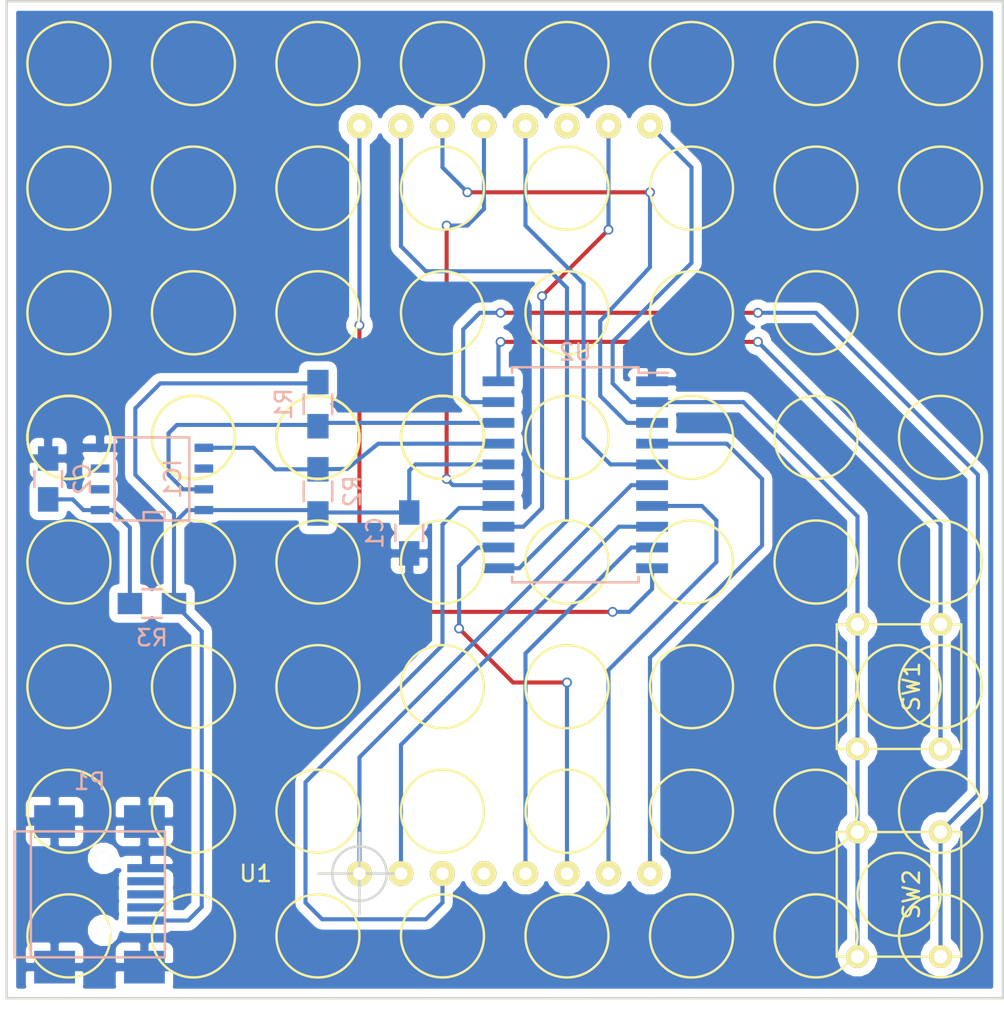
<source format=kicad_pcb>
(kicad_pcb (version 4) (host pcbnew 4.0.2+dfsg1-2~bpo8+1-stable)

  (general
    (links 42)
    (no_connects 0)
    (area 116.155 50.524999 178.075001 113.4843)
    (thickness 1.6)
    (drawings 5)
    (tracks 162)
    (zones 0)
    (modules 11)
    (nets 30)
  )

  (page A4)
  (layers
    (0 F.Cu signal)
    (31 B.Cu signal)
    (32 B.Adhes user)
    (33 F.Adhes user)
    (34 B.Paste user)
    (35 F.Paste user)
    (36 B.SilkS user)
    (37 F.SilkS user hide)
    (38 B.Mask user)
    (39 F.Mask user)
    (40 Dwgs.User user)
    (41 Cmts.User user)
    (42 Eco1.User user)
    (43 Eco2.User user)
    (44 Edge.Cuts user)
    (45 Margin user)
    (46 B.CrtYd user)
    (47 F.CrtYd user)
    (48 B.Fab user)
    (49 F.Fab user)
  )

  (setup
    (last_trace_width 0.25)
    (trace_clearance 0.2)
    (zone_clearance 0.508)
    (zone_45_only yes)
    (trace_min 0.2)
    (segment_width 0.2)
    (edge_width 0.15)
    (via_size 0.6)
    (via_drill 0.4)
    (via_min_size 0.4)
    (via_min_drill 0.3)
    (uvia_size 0.3)
    (uvia_drill 0.1)
    (uvias_allowed no)
    (uvia_min_size 0.2)
    (uvia_min_drill 0.1)
    (pcb_text_width 0.3)
    (pcb_text_size 1.5 1.5)
    (mod_edge_width 0.15)
    (mod_text_size 1 1)
    (mod_text_width 0.15)
    (pad_size 1.524 1.524)
    (pad_drill 0.762)
    (pad_to_mask_clearance 0.2)
    (aux_axis_origin 0 0)
    (grid_origin 153.924 88.9)
    (visible_elements FFFFFF9F)
    (pcbplotparams
      (layerselection 0x00030_80000001)
      (usegerberextensions false)
      (excludeedgelayer true)
      (linewidth 0.100000)
      (plotframeref false)
      (viasonmask false)
      (mode 1)
      (useauxorigin false)
      (hpglpennumber 1)
      (hpglpenspeed 20)
      (hpglpendiameter 15)
      (hpglpenoverlay 2)
      (psnegative false)
      (psa4output false)
      (plotreference true)
      (plotvalue true)
      (plotinvisibletext false)
      (padsonsilk false)
      (subtractmaskfromsilk false)
      (outputformat 1)
      (mirror false)
      (drillshape 1)
      (scaleselection 1)
      (outputdirectory ""))
  )

  (net 0 "")
  (net 1 +5V)
  (net 2 GND)
  (net 3 "Net-(C2-Pad1)")
  (net 4 SCL)
  (net 5 "Net-(IC1-Pad6)")
  (net 6 SDA)
  (net 7 "Net-(IC1-Pad3)")
  (net 8 "Net-(IC1-Pad2)")
  (net 9 "Net-(P1-Pad2)")
  (net 10 "Net-(P1-Pad3)")
  (net 11 "Net-(P1-Pad4)")
  (net 12 "Net-(SW1-Pad1)")
  (net 13 SEG1)
  (net 14 "Net-(SW2-Pad1)")
  (net 15 SEG5)
  (net 16 SEG7)
  (net 17 COM-AN2)
  (net 18 "Net-(U1-Pad4)")
  (net 19 SEG8)
  (net 20 COM-AN4)
  (net 21 SEG6)
  (net 22 SEG3)
  (net 23 COM-AN3)
  (net 24 "Net-(U1-Pad11)")
  (net 25 SEG4)
  (net 26 COM-AN1)
  (net 27 SEG2)
  (net 28 COM-AN5)
  (net 29 COM-AN6)

  (net_class Default "This is the default net class."
    (clearance 0.2)
    (trace_width 0.25)
    (via_dia 0.6)
    (via_drill 0.4)
    (uvia_dia 0.3)
    (uvia_drill 0.1)
    (add_net +5V)
    (add_net COM-AN1)
    (add_net COM-AN2)
    (add_net COM-AN3)
    (add_net COM-AN4)
    (add_net COM-AN5)
    (add_net COM-AN6)
    (add_net GND)
    (add_net "Net-(C2-Pad1)")
    (add_net "Net-(IC1-Pad2)")
    (add_net "Net-(IC1-Pad3)")
    (add_net "Net-(IC1-Pad6)")
    (add_net "Net-(P1-Pad2)")
    (add_net "Net-(P1-Pad3)")
    (add_net "Net-(P1-Pad4)")
    (add_net "Net-(SW1-Pad1)")
    (add_net "Net-(SW2-Pad1)")
    (add_net "Net-(U1-Pad11)")
    (add_net "Net-(U1-Pad4)")
    (add_net SCL)
    (add_net SDA)
    (add_net SEG1)
    (add_net SEG2)
    (add_net SEG3)
    (add_net SEG4)
    (add_net SEG5)
    (add_net SEG6)
    (add_net SEG7)
    (add_net SEG8)
  )

  (module kingbright:TA23-11EWA (layer F.Cu) (tedit 5790ECED) (tstamp 579104A9)
    (at 147.32 81.28)
    (path /5790FBCA)
    (fp_text reference U1 (at -15.24 22.86) (layer F.SilkS)
      (effects (font (size 1 1) (thickness 0.15)))
    )
    (fp_text value TA23-11EWA (at 0 -15.24) (layer F.Fab)
      (effects (font (size 1 1) (thickness 0.15)))
    )
    (fp_circle (center 26.67 11.43) (end 26.67 8.89) (layer F.SilkS) (width 0.15))
    (fp_circle (center 19.05 11.43) (end 19.05 8.89) (layer F.SilkS) (width 0.15))
    (fp_circle (center 11.43 11.43) (end 11.43 8.89) (layer F.SilkS) (width 0.15))
    (fp_circle (center 26.67 19.05) (end 26.67 16.51) (layer F.SilkS) (width 0.15))
    (fp_circle (center 19.05 19.05) (end 19.05 16.51) (layer F.SilkS) (width 0.15))
    (fp_circle (center 11.43 19.05) (end 11.43 16.51) (layer F.SilkS) (width 0.15))
    (fp_circle (center 3.81 19.05) (end 3.81 16.51) (layer F.SilkS) (width 0.15))
    (fp_circle (center -3.81 19.05) (end -3.81 16.51) (layer F.SilkS) (width 0.15))
    (fp_circle (center -11.43 19.05) (end -11.43 16.51) (layer F.SilkS) (width 0.15))
    (fp_circle (center 3.81 11.43) (end 3.81 8.89) (layer F.SilkS) (width 0.15))
    (fp_circle (center -3.81 11.43) (end -3.81 8.89) (layer F.SilkS) (width 0.15))
    (fp_circle (center -19.05 19.05) (end -19.05 16.51) (layer F.SilkS) (width 0.15))
    (fp_circle (center -11.43 11.43) (end -11.43 8.89) (layer F.SilkS) (width 0.15))
    (fp_circle (center -19.05 11.43) (end -19.05 8.89) (layer F.SilkS) (width 0.15))
    (fp_circle (center 26.67 3.81) (end 26.67 1.27) (layer F.SilkS) (width 0.15))
    (fp_circle (center 19.05 3.81) (end 19.05 1.27) (layer F.SilkS) (width 0.15))
    (fp_circle (center 11.43 3.81) (end 11.43 1.27) (layer F.SilkS) (width 0.15))
    (fp_circle (center 3.81 3.81) (end 3.81 1.27) (layer F.SilkS) (width 0.15))
    (fp_circle (center -3.81 3.81) (end -3.81 1.27) (layer F.SilkS) (width 0.15))
    (fp_circle (center -11.43 3.81) (end -11.43 1.27) (layer F.SilkS) (width 0.15))
    (fp_circle (center -19.05 3.81) (end -19.05 1.27) (layer F.SilkS) (width 0.15))
    (fp_circle (center 26.67 26.67) (end 26.67 24.13) (layer F.SilkS) (width 0.15))
    (fp_circle (center 19.05 26.67) (end 19.05 24.13) (layer F.SilkS) (width 0.15))
    (fp_circle (center 11.43 26.67) (end 11.43 24.13) (layer F.SilkS) (width 0.15))
    (fp_circle (center 3.81 26.67) (end 3.81 24.13) (layer F.SilkS) (width 0.15))
    (fp_circle (center -3.81 26.67) (end -3.81 24.13) (layer F.SilkS) (width 0.15))
    (fp_circle (center -11.43 26.67) (end -11.43 24.13) (layer F.SilkS) (width 0.15))
    (fp_circle (center -19.05 26.67) (end -19.05 24.13) (layer F.SilkS) (width 0.15))
    (fp_circle (center -26.67 26.67) (end -26.67 29.21) (layer F.SilkS) (width 0.15))
    (fp_circle (center -26.67 19.05) (end -26.67 21.59) (layer F.SilkS) (width 0.15))
    (fp_circle (center -26.67 11.43) (end -26.67 13.97) (layer F.SilkS) (width 0.15))
    (fp_circle (center -26.67 3.81) (end -26.67 6.35) (layer F.SilkS) (width 0.15))
    (fp_circle (center 26.67 -26.67) (end 26.67 -24.13) (layer F.SilkS) (width 0.15))
    (fp_circle (center 19.05 -26.67) (end 19.05 -24.13) (layer F.SilkS) (width 0.15))
    (fp_circle (center 11.43 -26.67) (end 11.43 -24.13) (layer F.SilkS) (width 0.15))
    (fp_circle (center 3.81 -26.67) (end 3.81 -24.13) (layer F.SilkS) (width 0.15))
    (fp_circle (center -3.81 -26.67) (end -3.81 -24.13) (layer F.SilkS) (width 0.15))
    (fp_circle (center -11.43 -26.67) (end -11.43 -24.13) (layer F.SilkS) (width 0.15))
    (fp_circle (center -19.05 -26.67) (end -19.05 -24.13) (layer F.SilkS) (width 0.15))
    (fp_circle (center -26.67 -26.67) (end -26.67 -24.13) (layer F.SilkS) (width 0.15))
    (fp_circle (center 26.67 -3.81) (end 26.67 -1.27) (layer F.SilkS) (width 0.15))
    (fp_circle (center 26.67 -11.43) (end 26.67 -8.89) (layer F.SilkS) (width 0.15))
    (fp_circle (center 26.67 -19.05) (end 26.67 -16.51) (layer F.SilkS) (width 0.15))
    (fp_circle (center 19.05 -3.81) (end 19.05 -1.27) (layer F.SilkS) (width 0.15))
    (fp_circle (center 19.05 -11.43) (end 19.05 -8.89) (layer F.SilkS) (width 0.15))
    (fp_circle (center 19.05 -19.05) (end 19.05 -16.51) (layer F.SilkS) (width 0.15))
    (fp_circle (center 11.43 -3.81) (end 11.43 -1.27) (layer F.SilkS) (width 0.15))
    (fp_circle (center 11.43 -11.43) (end 11.43 -8.89) (layer F.SilkS) (width 0.15))
    (fp_circle (center 11.43 -19.05) (end 11.43 -16.51) (layer F.SilkS) (width 0.15))
    (fp_circle (center 3.81 -3.81) (end 3.81 -1.27) (layer F.SilkS) (width 0.15))
    (fp_circle (center 3.81 -11.43) (end 3.81 -8.89) (layer F.SilkS) (width 0.15))
    (fp_circle (center 3.81 -19.05) (end 3.81 -16.51) (layer F.SilkS) (width 0.15))
    (fp_circle (center -3.81 -19.05) (end -3.81 -16.51) (layer F.SilkS) (width 0.15))
    (fp_circle (center -3.81 -11.43) (end -3.81 -8.89) (layer F.SilkS) (width 0.15))
    (fp_circle (center -11.43 -19.05) (end -11.43 -16.51) (layer F.SilkS) (width 0.15))
    (fp_circle (center -11.43 -11.43) (end -11.43 -8.89) (layer F.SilkS) (width 0.15))
    (fp_circle (center -19.05 -19.05) (end -19.05 -16.51) (layer F.SilkS) (width 0.15))
    (fp_circle (center -26.67 -19.05) (end -26.67 -16.51) (layer F.SilkS) (width 0.15))
    (fp_circle (center -19.05 -11.43) (end -19.05 -8.89) (layer F.SilkS) (width 0.15))
    (fp_circle (center -26.67 -11.43) (end -26.67 -8.89) (layer F.SilkS) (width 0.15))
    (fp_circle (center -3.81 -3.81) (end -6.35 -3.81) (layer F.SilkS) (width 0.15))
    (fp_circle (center -26.67 -3.81) (end -29.21 -3.81) (layer F.SilkS) (width 0.15))
    (fp_circle (center -3.81 -3.81) (end -6.35 -3.81) (layer F.SilkS) (width 0.15))
    (fp_circle (center -11.43 -3.81) (end -8.89 -3.81) (layer F.SilkS) (width 0.15))
    (fp_circle (center -19.05 -3.81) (end -21.59 -3.81) (layer F.SilkS) (width 0.15))
    (fp_circle (center -19.05 -3.81) (end -21.59 -3.81) (layer F.SilkS) (width 0.15))
    (fp_circle (center -11.43 -3.81) (end -8.89 -3.81) (layer F.SilkS) (width 0.15))
    (fp_circle (center -3.81 -3.81) (end -6.35 -3.81) (layer F.SilkS) (width 0.15))
    (fp_circle (center -26.67 -3.81) (end -29.21 -3.81) (layer F.SilkS) (width 0.15))
    (fp_circle (center -3.81 -3.81) (end -6.35 -3.81) (layer F.SilkS) (width 0.15))
    (fp_circle (center -3.81 -3.81) (end -6.35 -3.81) (layer F.SilkS) (width 0.15))
    (fp_circle (center -26.67 -3.81) (end -29.21 -3.81) (layer F.SilkS) (width 0.15))
    (fp_circle (center -3.81 -3.81) (end -6.35 -3.81) (layer F.SilkS) (width 0.15))
    (fp_circle (center -11.43 -3.81) (end -8.89 -3.81) (layer F.SilkS) (width 0.15))
    (fp_circle (center -19.05 -3.81) (end -21.59 -3.81) (layer F.SilkS) (width 0.15))
    (fp_circle (center -19.05 -3.81) (end -21.59 -3.81) (layer F.SilkS) (width 0.15))
    (fp_circle (center -11.43 -3.81) (end -8.89 -3.81) (layer F.SilkS) (width 0.15))
    (fp_circle (center -3.81 -3.81) (end -6.35 -3.81) (layer F.SilkS) (width 0.15))
    (fp_circle (center -26.67 -3.81) (end -29.21 -3.81) (layer F.SilkS) (width 0.15))
    (fp_circle (center -3.81 -3.81) (end -6.35 -3.81) (layer F.SilkS) (width 0.15))
    (fp_line (start 8.89 30.48) (end -30.48 30.48) (layer F.SilkS) (width 0.15))
    (fp_line (start -30.48 30.48) (end -30.48 -30.48) (layer F.SilkS) (width 0.15))
    (fp_line (start -30.48 -30.48) (end 30.48 -30.48) (layer F.SilkS) (width 0.15))
    (fp_line (start 30.48 -30.48) (end 30.48 30.48) (layer F.SilkS) (width 0.15))
    (fp_line (start 30.48 30.48) (end 8.89 30.48) (layer F.SilkS) (width 0.15))
    (pad 1 thru_hole circle (at -8.89 22.86) (size 1.524 1.524) (drill 0.762) (layers *.Cu *.Mask F.SilkS)
      (net 15 SEG5))
    (pad 2 thru_hole circle (at -6.35 22.86) (size 1.524 1.524) (drill 0.762) (layers *.Cu *.Mask F.SilkS)
      (net 16 SEG7))
    (pad 3 thru_hole circle (at -3.81 22.86) (size 1.524 1.524) (drill 0.762) (layers *.Cu *.Mask F.SilkS)
      (net 17 COM-AN2))
    (pad 4 thru_hole circle (at -1.27 22.86) (size 1.524 1.524) (drill 0.762) (layers *.Cu *.Mask F.SilkS)
      (net 18 "Net-(U1-Pad4)"))
    (pad 5 thru_hole circle (at 1.27 22.86) (size 1.524 1.524) (drill 0.762) (layers *.Cu *.Mask F.SilkS)
      (net 19 SEG8))
    (pad 6 thru_hole circle (at 3.81 22.86) (size 1.524 1.524) (drill 0.762) (layers *.Cu *.Mask F.SilkS)
      (net 20 COM-AN4))
    (pad 7 thru_hole circle (at 6.35 22.86) (size 1.524 1.524) (drill 0.762) (layers *.Cu *.Mask F.SilkS)
      (net 21 SEG6))
    (pad 8 thru_hole circle (at 8.89 22.86) (size 1.524 1.524) (drill 0.762) (layers *.Cu *.Mask F.SilkS)
      (net 22 SEG3))
    (pad 9 thru_hole circle (at 8.89 -22.86) (size 1.524 1.524) (drill 0.762) (layers *.Cu *.Mask F.SilkS)
      (net 13 SEG1))
    (pad 10 thru_hole circle (at 6.35 -22.86) (size 1.524 1.524) (drill 0.762) (layers *.Cu *.Mask F.SilkS)
      (net 23 COM-AN3))
    (pad 11 thru_hole circle (at 3.81 -22.86) (size 1.524 1.524) (drill 0.762) (layers *.Cu *.Mask F.SilkS)
      (net 24 "Net-(U1-Pad11)"))
    (pad 12 thru_hole circle (at 1.27 -22.86) (size 1.524 1.524) (drill 0.762) (layers *.Cu *.Mask F.SilkS)
      (net 25 SEG4))
    (pad 13 thru_hole circle (at -1.27 -22.86) (size 1.524 1.524) (drill 0.762) (layers *.Cu *.Mask F.SilkS)
      (net 26 COM-AN1))
    (pad 14 thru_hole circle (at -3.81 -22.86) (size 1.524 1.524) (drill 0.762) (layers *.Cu *.Mask F.SilkS)
      (net 27 SEG2))
    (pad 15 thru_hole circle (at -6.35 -22.86) (size 1.524 1.524) (drill 0.762) (layers *.Cu *.Mask F.SilkS)
      (net 28 COM-AN5))
    (pad 16 thru_hole circle (at -8.89 -22.86) (size 1.524 1.524) (drill 0.762) (layers *.Cu *.Mask F.SilkS)
      (net 29 COM-AN6))
  )

  (module Capacitors_SMD:C_0805_HandSoldering (layer B.Cu) (tedit 541A9B8D) (tstamp 579103FD)
    (at 141.478 83.312 270)
    (descr "Capacitor SMD 0805, hand soldering")
    (tags "capacitor 0805")
    (path /57911973)
    (attr smd)
    (fp_text reference C1 (at 0 2.1 270) (layer B.SilkS)
      (effects (font (size 1 1) (thickness 0.15)) (justify mirror))
    )
    (fp_text value 0.1u (at 0 -2.1 270) (layer B.Fab)
      (effects (font (size 1 1) (thickness 0.15)) (justify mirror))
    )
    (fp_line (start -2.3 1) (end 2.3 1) (layer B.CrtYd) (width 0.05))
    (fp_line (start -2.3 -1) (end 2.3 -1) (layer B.CrtYd) (width 0.05))
    (fp_line (start -2.3 1) (end -2.3 -1) (layer B.CrtYd) (width 0.05))
    (fp_line (start 2.3 1) (end 2.3 -1) (layer B.CrtYd) (width 0.05))
    (fp_line (start 0.5 0.85) (end -0.5 0.85) (layer B.SilkS) (width 0.15))
    (fp_line (start -0.5 -0.85) (end 0.5 -0.85) (layer B.SilkS) (width 0.15))
    (pad 1 smd rect (at -1.25 0 270) (size 1.5 1.25) (layers B.Cu B.Paste B.Mask)
      (net 1 +5V))
    (pad 2 smd rect (at 1.25 0 270) (size 1.5 1.25) (layers B.Cu B.Paste B.Mask)
      (net 2 GND))
    (model Capacitors_SMD.3dshapes/C_0805_HandSoldering.wrl
      (at (xyz 0 0 0))
      (scale (xyz 1 1 1))
      (rotate (xyz 0 0 0))
    )
  )

  (module Capacitors_SMD:C_0805_HandSoldering (layer B.Cu) (tedit 541A9B8D) (tstamp 57910403)
    (at 119.38 80.01 90)
    (descr "Capacitor SMD 0805, hand soldering")
    (tags "capacitor 0805")
    (path /5790DFBA)
    (attr smd)
    (fp_text reference C2 (at 0 2.1 90) (layer B.SilkS)
      (effects (font (size 1 1) (thickness 0.15)) (justify mirror))
    )
    (fp_text value 0.1u (at 0 -2.1 90) (layer B.Fab)
      (effects (font (size 1 1) (thickness 0.15)) (justify mirror))
    )
    (fp_line (start -2.3 1) (end 2.3 1) (layer B.CrtYd) (width 0.05))
    (fp_line (start -2.3 -1) (end 2.3 -1) (layer B.CrtYd) (width 0.05))
    (fp_line (start -2.3 1) (end -2.3 -1) (layer B.CrtYd) (width 0.05))
    (fp_line (start 2.3 1) (end 2.3 -1) (layer B.CrtYd) (width 0.05))
    (fp_line (start 0.5 0.85) (end -0.5 0.85) (layer B.SilkS) (width 0.15))
    (fp_line (start -0.5 -0.85) (end 0.5 -0.85) (layer B.SilkS) (width 0.15))
    (pad 1 smd rect (at -1.25 0 90) (size 1.5 1.25) (layers B.Cu B.Paste B.Mask)
      (net 3 "Net-(C2-Pad1)"))
    (pad 2 smd rect (at 1.25 0 90) (size 1.5 1.25) (layers B.Cu B.Paste B.Mask)
      (net 2 GND))
    (model Capacitors_SMD.3dshapes/C_0805_HandSoldering.wrl
      (at (xyz 0 0 0))
      (scale (xyz 1 1 1))
      (rotate (xyz 0 0 0))
    )
  )

  (module SMD_Packages:SOIC-8-N (layer B.Cu) (tedit 0) (tstamp 5791040F)
    (at 125.73 80.01 90)
    (descr "Module Narrow CMS SOJ 8 pins large")
    (tags "CMS SOJ")
    (path /5790CBCE)
    (attr smd)
    (fp_text reference IC1 (at 0 1.27 90) (layer B.SilkS)
      (effects (font (size 1 1) (thickness 0.15)) (justify mirror))
    )
    (fp_text value ATTINY13-S (at 0 -1.27 90) (layer B.Fab)
      (effects (font (size 1 1) (thickness 0.15)) (justify mirror))
    )
    (fp_line (start -2.54 2.286) (end 2.54 2.286) (layer B.SilkS) (width 0.15))
    (fp_line (start 2.54 2.286) (end 2.54 -2.286) (layer B.SilkS) (width 0.15))
    (fp_line (start 2.54 -2.286) (end -2.54 -2.286) (layer B.SilkS) (width 0.15))
    (fp_line (start -2.54 -2.286) (end -2.54 2.286) (layer B.SilkS) (width 0.15))
    (fp_line (start -2.54 0.762) (end -2.032 0.762) (layer B.SilkS) (width 0.15))
    (fp_line (start -2.032 0.762) (end -2.032 -0.508) (layer B.SilkS) (width 0.15))
    (fp_line (start -2.032 -0.508) (end -2.54 -0.508) (layer B.SilkS) (width 0.15))
    (pad 8 smd rect (at -1.905 3.175 90) (size 0.508 1.143) (layers B.Cu B.Paste B.Mask)
      (net 1 +5V))
    (pad 7 smd rect (at -0.635 3.175 90) (size 0.508 1.143) (layers B.Cu B.Paste B.Mask)
      (net 4 SCL))
    (pad 6 smd rect (at 0.635 3.175 90) (size 0.508 1.143) (layers B.Cu B.Paste B.Mask)
      (net 5 "Net-(IC1-Pad6)"))
    (pad 5 smd rect (at 1.905 3.175 90) (size 0.508 1.143) (layers B.Cu B.Paste B.Mask)
      (net 6 SDA))
    (pad 4 smd rect (at 1.905 -3.175 90) (size 0.508 1.143) (layers B.Cu B.Paste B.Mask)
      (net 2 GND))
    (pad 3 smd rect (at 0.635 -3.175 90) (size 0.508 1.143) (layers B.Cu B.Paste B.Mask)
      (net 7 "Net-(IC1-Pad3)"))
    (pad 2 smd rect (at -0.635 -3.175 90) (size 0.508 1.143) (layers B.Cu B.Paste B.Mask)
      (net 8 "Net-(IC1-Pad2)"))
    (pad 1 smd rect (at -1.905 -3.175 90) (size 0.508 1.143) (layers B.Cu B.Paste B.Mask)
      (net 3 "Net-(C2-Pad1)"))
    (model SMD_Packages.3dshapes/SOIC-8-N.wrl
      (at (xyz 0 0 0))
      (scale (xyz 0.5 0.38 0.5))
      (rotate (xyz 0 0 0))
    )
  )

  (module Connect:USB_Mini-B (layer B.Cu) (tedit 5543E571) (tstamp 5791041E)
    (at 121.92 105.41)
    (descr "USB Mini-B 5-pin SMD connector")
    (tags "USB USB_B USB_Mini connector")
    (path /5790CD41)
    (attr smd)
    (fp_text reference P1 (at 0 -6.90118) (layer B.SilkS)
      (effects (font (size 1 1) (thickness 0.15)) (justify mirror))
    )
    (fp_text value USB_OTG (at 0 7.0993) (layer B.Fab)
      (effects (font (size 1 1) (thickness 0.15)) (justify mirror))
    )
    (fp_line (start -4.85 5.7) (end 4.85 5.7) (layer B.CrtYd) (width 0.05))
    (fp_line (start 4.85 5.7) (end 4.85 -5.7) (layer B.CrtYd) (width 0.05))
    (fp_line (start 4.85 -5.7) (end -4.85 -5.7) (layer B.CrtYd) (width 0.05))
    (fp_line (start -4.85 -5.7) (end -4.85 5.7) (layer B.CrtYd) (width 0.05))
    (fp_line (start -3.59918 3.85064) (end -3.59918 -3.85064) (layer B.SilkS) (width 0.15))
    (fp_line (start -4.59994 3.85064) (end -4.59994 -3.85064) (layer B.SilkS) (width 0.15))
    (fp_line (start -4.59994 -3.85064) (end 4.59994 -3.85064) (layer B.SilkS) (width 0.15))
    (fp_line (start 4.59994 -3.85064) (end 4.59994 3.85064) (layer B.SilkS) (width 0.15))
    (fp_line (start 4.59994 3.85064) (end -4.59994 3.85064) (layer B.SilkS) (width 0.15))
    (pad 1 smd rect (at 3.44932 1.6002) (size 2.30124 0.50038) (layers B.Cu B.Paste B.Mask)
      (net 1 +5V))
    (pad 2 smd rect (at 3.44932 0.8001) (size 2.30124 0.50038) (layers B.Cu B.Paste B.Mask)
      (net 9 "Net-(P1-Pad2)"))
    (pad 3 smd rect (at 3.44932 0) (size 2.30124 0.50038) (layers B.Cu B.Paste B.Mask)
      (net 10 "Net-(P1-Pad3)"))
    (pad 4 smd rect (at 3.44932 -0.8001) (size 2.30124 0.50038) (layers B.Cu B.Paste B.Mask)
      (net 11 "Net-(P1-Pad4)"))
    (pad 5 smd rect (at 3.44932 -1.6002) (size 2.30124 0.50038) (layers B.Cu B.Paste B.Mask)
      (net 2 GND))
    (pad 6 smd rect (at 3.35026 4.45008) (size 2.49936 1.99898) (layers B.Cu B.Paste B.Mask)
      (net 2 GND))
    (pad 6 smd rect (at -2.14884 4.45008) (size 2.49936 1.99898) (layers B.Cu B.Paste B.Mask)
      (net 2 GND))
    (pad 6 smd rect (at 3.35026 -4.45008) (size 2.49936 1.99898) (layers B.Cu B.Paste B.Mask)
      (net 2 GND))
    (pad 6 smd rect (at -2.14884 -4.45008) (size 2.49936 1.99898) (layers B.Cu B.Paste B.Mask)
      (net 2 GND))
    (pad "" np_thru_hole circle (at 0.8509 2.19964) (size 0.89916 0.89916) (drill 0.89916) (layers *.Cu *.Mask B.SilkS))
    (pad "" np_thru_hole circle (at 0.8509 -2.19964) (size 0.89916 0.89916) (drill 0.89916) (layers *.Cu *.Mask B.SilkS))
  )

  (module Resistors_SMD:R_0805_HandSoldering (layer B.Cu) (tedit 54189DEE) (tstamp 57910424)
    (at 135.89 75.438 270)
    (descr "Resistor SMD 0805, hand soldering")
    (tags "resistor 0805")
    (path /579116B1)
    (attr smd)
    (fp_text reference R1 (at 0 2.1 270) (layer B.SilkS)
      (effects (font (size 1 1) (thickness 0.15)) (justify mirror))
    )
    (fp_text value 10k (at 0 -2.1 270) (layer B.Fab)
      (effects (font (size 1 1) (thickness 0.15)) (justify mirror))
    )
    (fp_line (start -2.4 1) (end 2.4 1) (layer B.CrtYd) (width 0.05))
    (fp_line (start -2.4 -1) (end 2.4 -1) (layer B.CrtYd) (width 0.05))
    (fp_line (start -2.4 1) (end -2.4 -1) (layer B.CrtYd) (width 0.05))
    (fp_line (start 2.4 1) (end 2.4 -1) (layer B.CrtYd) (width 0.05))
    (fp_line (start 0.6 -0.875) (end -0.6 -0.875) (layer B.SilkS) (width 0.15))
    (fp_line (start -0.6 0.875) (end 0.6 0.875) (layer B.SilkS) (width 0.15))
    (pad 1 smd rect (at -1.35 0 270) (size 1.5 1.3) (layers B.Cu B.Paste B.Mask)
      (net 1 +5V))
    (pad 2 smd rect (at 1.35 0 270) (size 1.5 1.3) (layers B.Cu B.Paste B.Mask)
      (net 4 SCL))
    (model Resistors_SMD.3dshapes/R_0805_HandSoldering.wrl
      (at (xyz 0 0 0))
      (scale (xyz 1 1 1))
      (rotate (xyz 0 0 0))
    )
  )

  (module Resistors_SMD:R_0805_HandSoldering (layer B.Cu) (tedit 54189DEE) (tstamp 5791042A)
    (at 135.89 80.772 90)
    (descr "Resistor SMD 0805, hand soldering")
    (tags "resistor 0805")
    (path /57911776)
    (attr smd)
    (fp_text reference R2 (at 0 2.1 90) (layer B.SilkS)
      (effects (font (size 1 1) (thickness 0.15)) (justify mirror))
    )
    (fp_text value 10k (at 0 -2.1 90) (layer B.Fab)
      (effects (font (size 1 1) (thickness 0.15)) (justify mirror))
    )
    (fp_line (start -2.4 1) (end 2.4 1) (layer B.CrtYd) (width 0.05))
    (fp_line (start -2.4 -1) (end 2.4 -1) (layer B.CrtYd) (width 0.05))
    (fp_line (start -2.4 1) (end -2.4 -1) (layer B.CrtYd) (width 0.05))
    (fp_line (start 2.4 1) (end 2.4 -1) (layer B.CrtYd) (width 0.05))
    (fp_line (start 0.6 -0.875) (end -0.6 -0.875) (layer B.SilkS) (width 0.15))
    (fp_line (start -0.6 0.875) (end 0.6 0.875) (layer B.SilkS) (width 0.15))
    (pad 1 smd rect (at -1.35 0 90) (size 1.5 1.3) (layers B.Cu B.Paste B.Mask)
      (net 1 +5V))
    (pad 2 smd rect (at 1.35 0 90) (size 1.5 1.3) (layers B.Cu B.Paste B.Mask)
      (net 6 SDA))
    (model Resistors_SMD.3dshapes/R_0805_HandSoldering.wrl
      (at (xyz 0 0 0))
      (scale (xyz 1 1 1))
      (rotate (xyz 0 0 0))
    )
  )

  (module Resistors_SMD:R_0805_HandSoldering (layer B.Cu) (tedit 54189DEE) (tstamp 57910430)
    (at 125.73 87.63)
    (descr "Resistor SMD 0805, hand soldering")
    (tags "resistor 0805")
    (path /5790DF5D)
    (attr smd)
    (fp_text reference R3 (at 0 2.1) (layer B.SilkS)
      (effects (font (size 1 1) (thickness 0.15)) (justify mirror))
    )
    (fp_text value 10k (at 0 -2.1) (layer B.Fab)
      (effects (font (size 1 1) (thickness 0.15)) (justify mirror))
    )
    (fp_line (start -2.4 1) (end 2.4 1) (layer B.CrtYd) (width 0.05))
    (fp_line (start -2.4 -1) (end 2.4 -1) (layer B.CrtYd) (width 0.05))
    (fp_line (start -2.4 1) (end -2.4 -1) (layer B.CrtYd) (width 0.05))
    (fp_line (start 2.4 1) (end 2.4 -1) (layer B.CrtYd) (width 0.05))
    (fp_line (start 0.6 -0.875) (end -0.6 -0.875) (layer B.SilkS) (width 0.15))
    (fp_line (start -0.6 0.875) (end 0.6 0.875) (layer B.SilkS) (width 0.15))
    (pad 1 smd rect (at -1.35 0) (size 1.5 1.3) (layers B.Cu B.Paste B.Mask)
      (net 3 "Net-(C2-Pad1)"))
    (pad 2 smd rect (at 1.35 0) (size 1.5 1.3) (layers B.Cu B.Paste B.Mask)
      (net 1 +5V))
    (model Resistors_SMD.3dshapes/R_0805_HandSoldering.wrl
      (at (xyz 0 0 0))
      (scale (xyz 1 1 1))
      (rotate (xyz 0 0 0))
    )
  )

  (module Buttons_Switches_ThroughHole:SW_PUSH_SMALL (layer F.Cu) (tedit 0) (tstamp 57910438)
    (at 171.45 92.71 270)
    (path /57910A62)
    (fp_text reference SW1 (at 0 -0.762 270) (layer F.SilkS)
      (effects (font (size 1 1) (thickness 0.15)))
    )
    (fp_text value Hour (at 0 1.016 270) (layer F.Fab)
      (effects (font (size 1 1) (thickness 0.15)))
    )
    (fp_circle (center 0 0) (end 0 -2.54) (layer F.SilkS) (width 0.15))
    (fp_line (start -3.81 -3.81) (end 3.81 -3.81) (layer F.SilkS) (width 0.15))
    (fp_line (start 3.81 -3.81) (end 3.81 3.81) (layer F.SilkS) (width 0.15))
    (fp_line (start 3.81 3.81) (end -3.81 3.81) (layer F.SilkS) (width 0.15))
    (fp_line (start -3.81 -3.81) (end -3.81 3.81) (layer F.SilkS) (width 0.15))
    (pad 1 thru_hole circle (at 3.81 -2.54 270) (size 1.397 1.397) (drill 0.8128) (layers *.Cu *.Mask F.SilkS)
      (net 12 "Net-(SW1-Pad1)"))
    (pad 2 thru_hole circle (at 3.81 2.54 270) (size 1.397 1.397) (drill 0.8128) (layers *.Cu *.Mask F.SilkS)
      (net 13 SEG1))
    (pad 1 thru_hole circle (at -3.81 -2.54 270) (size 1.397 1.397) (drill 0.8128) (layers *.Cu *.Mask F.SilkS)
      (net 12 "Net-(SW1-Pad1)"))
    (pad 2 thru_hole circle (at -3.81 2.54 270) (size 1.397 1.397) (drill 0.8128) (layers *.Cu *.Mask F.SilkS)
      (net 13 SEG1))
  )

  (module Buttons_Switches_ThroughHole:SW_PUSH_SMALL (layer F.Cu) (tedit 0) (tstamp 57910440)
    (at 171.45 105.41 270)
    (path /57910B13)
    (fp_text reference SW2 (at 0 -0.762 270) (layer F.SilkS)
      (effects (font (size 1 1) (thickness 0.15)))
    )
    (fp_text value Minute (at 0 1.016 270) (layer F.Fab)
      (effects (font (size 1 1) (thickness 0.15)))
    )
    (fp_circle (center 0 0) (end 0 -2.54) (layer F.SilkS) (width 0.15))
    (fp_line (start -3.81 -3.81) (end 3.81 -3.81) (layer F.SilkS) (width 0.15))
    (fp_line (start 3.81 -3.81) (end 3.81 3.81) (layer F.SilkS) (width 0.15))
    (fp_line (start 3.81 3.81) (end -3.81 3.81) (layer F.SilkS) (width 0.15))
    (fp_line (start -3.81 -3.81) (end -3.81 3.81) (layer F.SilkS) (width 0.15))
    (pad 1 thru_hole circle (at 3.81 -2.54 270) (size 1.397 1.397) (drill 0.8128) (layers *.Cu *.Mask F.SilkS)
      (net 14 "Net-(SW2-Pad1)"))
    (pad 2 thru_hole circle (at 3.81 2.54 270) (size 1.397 1.397) (drill 0.8128) (layers *.Cu *.Mask F.SilkS)
      (net 13 SEG1))
    (pad 1 thru_hole circle (at -3.81 -2.54 270) (size 1.397 1.397) (drill 0.8128) (layers *.Cu *.Mask F.SilkS)
      (net 14 "Net-(SW2-Pad1)"))
    (pad 2 thru_hole circle (at -3.81 2.54 270) (size 1.397 1.397) (drill 0.8128) (layers *.Cu *.Mask F.SilkS)
      (net 13 SEG1))
  )

  (module Housings_SOIC:SOIC-20_7.5x12.8mm_Pitch1.27mm (layer B.Cu) (tedit 54130A77) (tstamp 579104C1)
    (at 151.638 79.756 180)
    (descr "20-Lead Plastic Small Outline (SO) - Wide, 7.50 mm Body [SOIC] (see Microchip Packaging Specification 00000049BS.pdf)")
    (tags "SOIC 1.27")
    (path /5790D64D)
    (attr smd)
    (fp_text reference U2 (at 0 7.5 180) (layer B.SilkS)
      (effects (font (size 1 1) (thickness 0.15)) (justify mirror))
    )
    (fp_text value TM1637 (at 0 -7.5 180) (layer B.Fab)
      (effects (font (size 1 1) (thickness 0.15)) (justify mirror))
    )
    (fp_line (start -5.95 6.75) (end -5.95 -6.75) (layer B.CrtYd) (width 0.05))
    (fp_line (start 5.95 6.75) (end 5.95 -6.75) (layer B.CrtYd) (width 0.05))
    (fp_line (start -5.95 6.75) (end 5.95 6.75) (layer B.CrtYd) (width 0.05))
    (fp_line (start -5.95 -6.75) (end 5.95 -6.75) (layer B.CrtYd) (width 0.05))
    (fp_line (start -3.875 6.575) (end -3.875 6.24) (layer B.SilkS) (width 0.15))
    (fp_line (start 3.875 6.575) (end 3.875 6.24) (layer B.SilkS) (width 0.15))
    (fp_line (start 3.875 -6.575) (end 3.875 -6.24) (layer B.SilkS) (width 0.15))
    (fp_line (start -3.875 -6.575) (end -3.875 -6.24) (layer B.SilkS) (width 0.15))
    (fp_line (start -3.875 6.575) (end 3.875 6.575) (layer B.SilkS) (width 0.15))
    (fp_line (start -3.875 -6.575) (end 3.875 -6.575) (layer B.SilkS) (width 0.15))
    (fp_line (start -3.875 6.24) (end -5.675 6.24) (layer B.SilkS) (width 0.15))
    (pad 1 smd rect (at -4.7 5.715 180) (size 1.95 0.6) (layers B.Cu B.Paste B.Mask)
      (net 2 GND))
    (pad 2 smd rect (at -4.7 4.445 180) (size 1.95 0.6) (layers B.Cu B.Paste B.Mask)
      (net 13 SEG1))
    (pad 3 smd rect (at -4.7 3.175 180) (size 1.95 0.6) (layers B.Cu B.Paste B.Mask)
      (net 27 SEG2))
    (pad 4 smd rect (at -4.7 1.905 180) (size 1.95 0.6) (layers B.Cu B.Paste B.Mask)
      (net 22 SEG3))
    (pad 5 smd rect (at -4.7 0.635 180) (size 1.95 0.6) (layers B.Cu B.Paste B.Mask)
      (net 25 SEG4))
    (pad 6 smd rect (at -4.7 -0.635 180) (size 1.95 0.6) (layers B.Cu B.Paste B.Mask)
      (net 15 SEG5))
    (pad 7 smd rect (at -4.7 -1.905 180) (size 1.95 0.6) (layers B.Cu B.Paste B.Mask)
      (net 21 SEG6))
    (pad 8 smd rect (at -4.7 -3.175 180) (size 1.95 0.6) (layers B.Cu B.Paste B.Mask)
      (net 16 SEG7))
    (pad 9 smd rect (at -4.7 -4.445 180) (size 1.95 0.6) (layers B.Cu B.Paste B.Mask)
      (net 19 SEG8))
    (pad 10 smd rect (at -4.7 -5.715 180) (size 1.95 0.6) (layers B.Cu B.Paste B.Mask)
      (net 29 COM-AN6))
    (pad 11 smd rect (at 4.7 -5.715 180) (size 1.95 0.6) (layers B.Cu B.Paste B.Mask)
      (net 28 COM-AN5))
    (pad 12 smd rect (at 4.7 -4.445 180) (size 1.95 0.6) (layers B.Cu B.Paste B.Mask)
      (net 20 COM-AN4))
    (pad 13 smd rect (at 4.7 -3.175 180) (size 1.95 0.6) (layers B.Cu B.Paste B.Mask)
      (net 23 COM-AN3))
    (pad 14 smd rect (at 4.7 -1.905 180) (size 1.95 0.6) (layers B.Cu B.Paste B.Mask)
      (net 17 COM-AN2))
    (pad 15 smd rect (at 4.7 -0.635 180) (size 1.95 0.6) (layers B.Cu B.Paste B.Mask)
      (net 26 COM-AN1))
    (pad 16 smd rect (at 4.7 0.635 180) (size 1.95 0.6) (layers B.Cu B.Paste B.Mask)
      (net 1 +5V))
    (pad 17 smd rect (at 4.7 1.905 180) (size 1.95 0.6) (layers B.Cu B.Paste B.Mask)
      (net 6 SDA))
    (pad 18 smd rect (at 4.7 3.175 180) (size 1.95 0.6) (layers B.Cu B.Paste B.Mask)
      (net 4 SCL))
    (pad 19 smd rect (at 4.7 4.445 180) (size 1.95 0.6) (layers B.Cu B.Paste B.Mask)
      (net 14 "Net-(SW2-Pad1)"))
    (pad 20 smd rect (at 4.7 5.715 180) (size 1.95 0.6) (layers B.Cu B.Paste B.Mask)
      (net 12 "Net-(SW1-Pad1)"))
    (model Housings_SOIC.3dshapes/SOIC-20_7.5x12.8mm_Pitch1.27mm.wrl
      (at (xyz 0 0 0))
      (scale (xyz 1 1 1))
      (rotate (xyz 0 0 0))
    )
  )

  (gr_line (start 116.84 111.76) (end 116.84 50.8) (angle 90) (layer Edge.Cuts) (width 0.15))
  (gr_line (start 177.8 111.76) (end 116.84 111.76) (angle 90) (layer Edge.Cuts) (width 0.15))
  (gr_line (start 177.8 50.8) (end 177.8 111.76) (angle 90) (layer Edge.Cuts) (width 0.15))
  (gr_line (start 116.84 50.8) (end 177.8 50.8) (angle 90) (layer Edge.Cuts) (width 0.15))
  (target plus (at 138.43 104.14) (size 5) (width 0.15) (layer Edge.Cuts))

  (segment (start 141.478 82.062) (end 135.95 82.062) (width 0.25) (layer B.Cu) (net 1))
  (segment (start 135.95 82.062) (end 135.89 82.122) (width 0.25) (layer B.Cu) (net 1) (tstamp 57913727))
  (segment (start 146.938 79.121) (end 141.859 79.121) (width 0.25) (layer B.Cu) (net 1))
  (segment (start 141.859 79.121) (end 141.478 79.502) (width 0.25) (layer B.Cu) (net 1) (tstamp 5791371D))
  (segment (start 141.478 79.502) (end 141.478 82.062) (width 0.25) (layer B.Cu) (net 1) (tstamp 57913721))
  (segment (start 127.08 82.724) (end 127.08 82.122) (width 0.25) (layer B.Cu) (net 1))
  (segment (start 127.08 82.122) (end 124.714 79.756) (width 0.25) (layer B.Cu) (net 1) (tstamp 579134C7))
  (segment (start 124.714 79.756) (end 124.714 75.692) (width 0.25) (layer B.Cu) (net 1) (tstamp 579134C9))
  (segment (start 124.714 75.692) (end 126.238 74.168) (width 0.25) (layer B.Cu) (net 1) (tstamp 579134CD))
  (segment (start 126.238 74.168) (end 135.81 74.168) (width 0.25) (layer B.Cu) (net 1) (tstamp 579134D1) (status 20))
  (segment (start 135.81 74.168) (end 135.89 74.088) (width 0.25) (layer B.Cu) (net 1) (tstamp 579134D5) (status 30))
  (segment (start 125.36932 107.0102) (end 127.9398 107.0102) (width 0.25) (layer B.Cu) (net 1) (status 10))
  (segment (start 127.9398 107.0102) (end 128.778 106.172) (width 0.25) (layer B.Cu) (net 1) (tstamp 579134AB))
  (segment (start 128.778 106.172) (end 128.778 89.328) (width 0.25) (layer B.Cu) (net 1) (tstamp 579134AF))
  (segment (start 128.778 89.328) (end 127.08 87.63) (width 0.25) (layer B.Cu) (net 1) (tstamp 579134B7) (status 20))
  (segment (start 127.08 87.63) (end 127.08 82.724) (width 0.25) (layer B.Cu) (net 1) (status 10))
  (segment (start 127.08 82.724) (end 127.889 81.915) (width 0.25) (layer B.Cu) (net 1) (tstamp 57913483))
  (segment (start 127.889 81.915) (end 128.905 81.915) (width 0.25) (layer B.Cu) (net 1) (tstamp 5791348B) (status 20))
  (segment (start 128.905 81.915) (end 135.683 81.915) (width 0.25) (layer B.Cu) (net 1) (status 30))
  (segment (start 135.683 81.915) (end 135.89 82.122) (width 0.25) (layer B.Cu) (net 1) (tstamp 5790F2AF) (status 30))
  (segment (start 125.36932 103.8098) (end 125.36932 101.05898) (width 0.25) (layer B.Cu) (net 2))
  (segment (start 125.36932 101.05898) (end 125.27026 100.95992) (width 0.25) (layer B.Cu) (net 2) (tstamp 57913939))
  (segment (start 125.27026 100.95992) (end 119.77116 100.95992) (width 0.25) (layer B.Cu) (net 2) (tstamp 5791393D))
  (segment (start 119.77116 100.95992) (end 119.77116 109.86008) (width 0.25) (layer B.Cu) (net 2) (tstamp 5791393E))
  (segment (start 119.77116 109.86008) (end 125.27026 109.86008) (width 0.25) (layer B.Cu) (net 2) (tstamp 57913941))
  (segment (start 119.38 81.26) (end 120.884 81.26) (width 0.25) (layer B.Cu) (net 3) (status 10))
  (segment (start 120.884 81.26) (end 121.539 81.915) (width 0.25) (layer B.Cu) (net 3) (tstamp 5791349A))
  (segment (start 121.539 81.915) (end 122.555 81.915) (width 0.25) (layer B.Cu) (net 3) (tstamp 579134A0) (status 20))
  (segment (start 122.555 81.915) (end 123.317 81.915) (width 0.25) (layer B.Cu) (net 3) (status 10))
  (segment (start 123.317 81.915) (end 124.38 82.978) (width 0.25) (layer B.Cu) (net 3) (tstamp 57913490))
  (segment (start 124.38 82.978) (end 124.38 87.63) (width 0.25) (layer B.Cu) (net 3) (tstamp 57913494) (status 20))
  (segment (start 146.938 76.581) (end 136.097 76.581) (width 0.25) (layer B.Cu) (net 4) (status 30))
  (segment (start 136.097 76.581) (end 135.89 76.788) (width 0.25) (layer B.Cu) (net 4) (tstamp 5790F182) (status 30))
  (segment (start 135.81 76.708) (end 127.254 76.708) (width 0.25) (layer B.Cu) (net 4) (status 10))
  (segment (start 127.635 80.645) (end 126.746 79.756) (width 0.25) (layer B.Cu) (net 4) (tstamp 5790F12F))
  (segment (start 126.746 79.756) (end 126.746 77.216) (width 0.25) (layer B.Cu) (net 4) (tstamp 5790F132))
  (segment (start 126.746 77.216) (end 127.254 76.708) (width 0.25) (layer B.Cu) (net 4) (tstamp 5790F139))
  (segment (start 127.635 80.645) (end 128.905 80.645) (width 0.25) (layer B.Cu) (net 4) (status 20))
  (segment (start 135.81 76.708) (end 135.89 76.788) (width 0.25) (layer B.Cu) (net 4) (tstamp 5790F155) (status 30))
  (segment (start 135.89 79.422) (end 137.670201 79.395426) (width 0.25) (layer B.Cu) (net 6) (status 10))
  (segment (start 139.572794 77.858225) (end 146.938 77.851) (width 0.25) (layer B.Cu) (net 6) (tstamp 5790F24B) (status 20))
  (segment (start 137.670201 79.395426) (end 139.572794 77.858225) (width 0.25) (layer B.Cu) (net 6) (tstamp 5790F246))
  (segment (start 128.905 78.105) (end 131.953 78.105) (width 0.25) (layer B.Cu) (net 6) (status 10))
  (segment (start 133.27 79.422) (end 135.89 79.422) (width 0.25) (layer B.Cu) (net 6) (tstamp 5790F23C) (status 20))
  (segment (start 131.953 78.105) (end 133.27 79.422) (width 0.25) (layer B.Cu) (net 6) (tstamp 5790F237))
  (segment (start 173.99 88.9) (end 173.99 96.52) (width 0.25) (layer B.Cu) (net 12))
  (segment (start 146.938 74.041) (end 146.938 71.756) (width 0.25) (layer B.Cu) (net 12))
  (segment (start 146.938 71.756) (end 147.066 71.628) (width 0.25) (layer B.Cu) (net 12) (tstamp 57913576))
  (via (at 147.066 71.628) (size 0.6) (drill 0.4) (layers F.Cu B.Cu) (net 12))
  (segment (start 147.066 71.628) (end 162.814 71.628) (width 0.25) (layer F.Cu) (net 12) (tstamp 5791357C))
  (via (at 162.814 71.628) (size 0.6) (drill 0.4) (layers F.Cu B.Cu) (net 12))
  (segment (start 162.814 71.628) (end 173.99 82.804) (width 0.25) (layer B.Cu) (net 12) (tstamp 57913582))
  (segment (start 173.99 82.804) (end 173.99 96.52) (width 0.25) (layer B.Cu) (net 12) (tstamp 57913583))
  (segment (start 156.21 58.42) (end 158.75 60.96) (width 0.25) (layer B.Cu) (net 13))
  (segment (start 155.067 75.311) (end 156.338 75.311) (width 0.25) (layer B.Cu) (net 13) (tstamp 5791391B))
  (segment (start 153.924 74.168) (end 155.067 75.311) (width 0.25) (layer B.Cu) (net 13) (tstamp 57913914))
  (segment (start 153.924 71.628) (end 153.924 74.168) (width 0.25) (layer B.Cu) (net 13) (tstamp 57913911))
  (segment (start 158.75 66.802) (end 153.924 71.628) (width 0.25) (layer B.Cu) (net 13) (tstamp 5791390C))
  (segment (start 158.75 60.96) (end 158.75 66.802) (width 0.25) (layer B.Cu) (net 13) (tstamp 5791390A))
  (segment (start 168.91 109.22) (end 168.91 101.6) (width 0.25) (layer B.Cu) (net 13))
  (segment (start 168.91 101.6) (end 168.91 96.52) (width 0.25) (layer B.Cu) (net 13) (tstamp 579135C0))
  (segment (start 168.91 96.52) (end 168.91 88.9) (width 0.25) (layer B.Cu) (net 13) (tstamp 579135C2))
  (segment (start 168.91 88.9) (end 168.91 82.296) (width 0.25) (layer B.Cu) (net 13) (tstamp 579135C4))
  (segment (start 168.91 82.296) (end 161.925 75.311) (width 0.25) (layer B.Cu) (net 13) (tstamp 579135C6))
  (segment (start 161.925 75.311) (end 159.639 75.311) (width 0.25) (layer B.Cu) (net 13) (tstamp 579135CC))
  (segment (start 156.338 75.311) (end 159.639 75.311) (width 0.25) (layer B.Cu) (net 13) (status 10))
  (segment (start 146.938 75.311) (end 145.161 75.311) (width 0.25) (layer B.Cu) (net 14))
  (segment (start 145.161 75.311) (end 144.78 74.93) (width 0.25) (layer B.Cu) (net 14) (tstamp 57913594))
  (segment (start 144.78 74.93) (end 144.78 70.866) (width 0.25) (layer B.Cu) (net 14) (tstamp 57913596))
  (segment (start 144.78 70.866) (end 145.796 69.85) (width 0.25) (layer B.Cu) (net 14) (tstamp 5791359C))
  (segment (start 145.796 69.85) (end 147.066 69.85) (width 0.25) (layer B.Cu) (net 14) (tstamp 5791359D))
  (via (at 147.066 69.85) (size 0.6) (drill 0.4) (layers F.Cu B.Cu) (net 14))
  (segment (start 147.066 69.85) (end 162.814 69.85) (width 0.25) (layer F.Cu) (net 14) (tstamp 579135A3))
  (via (at 162.814 69.85) (size 0.6) (drill 0.4) (layers F.Cu B.Cu) (net 14))
  (segment (start 162.814 69.85) (end 166.37 69.85) (width 0.25) (layer B.Cu) (net 14) (tstamp 579135A6))
  (segment (start 166.37 69.85) (end 176.276 79.756) (width 0.25) (layer B.Cu) (net 14) (tstamp 579135A7))
  (segment (start 176.276 79.756) (end 176.276 99.314) (width 0.25) (layer B.Cu) (net 14) (tstamp 579135AC))
  (segment (start 176.276 99.314) (end 173.99 101.6) (width 0.25) (layer B.Cu) (net 14) (tstamp 579135B5))
  (segment (start 173.99 101.6) (end 173.99 109.22) (width 0.25) (layer B.Cu) (net 14) (tstamp 579135B9))
  (segment (start 138.43 104.14) (end 138.43 97.028) (width 0.25) (layer B.Cu) (net 15) (status 10))
  (segment (start 155.067 80.391) (end 156.338 80.391) (width 0.25) (layer B.Cu) (net 15) (tstamp 5790F37B) (status 20))
  (segment (start 138.43 97.028) (end 155.067 80.391) (width 0.25) (layer B.Cu) (net 15) (tstamp 5790F36F))
  (segment (start 156.338 82.931) (end 154.305 82.931) (width 0.25) (layer B.Cu) (net 16) (status 10))
  (segment (start 140.97 96.266) (end 140.97 104.14) (width 0.25) (layer B.Cu) (net 16) (tstamp 5790F367) (status 20))
  (segment (start 154.305 82.931) (end 140.97 96.266) (width 0.25) (layer B.Cu) (net 16) (tstamp 5790F35A))
  (segment (start 143.51 104.14) (end 143.51 105.918) (width 0.25) (layer B.Cu) (net 17))
  (segment (start 143.51 105.918) (end 142.494 106.934) (width 0.25) (layer B.Cu) (net 17) (tstamp 57913677))
  (segment (start 142.494 106.934) (end 136.144 106.934) (width 0.25) (layer B.Cu) (net 17) (tstamp 5791367C))
  (segment (start 136.144 106.934) (end 135.128 105.918) (width 0.25) (layer B.Cu) (net 17) (tstamp 5791367F))
  (segment (start 135.128 105.918) (end 135.128 98.552) (width 0.25) (layer B.Cu) (net 17) (tstamp 57913681))
  (segment (start 143.51 82.804) (end 143.51 90.17) (width 0.25) (layer B.Cu) (net 17))
  (segment (start 143.51 90.17) (end 135.128 98.552) (width 0.25) (layer B.Cu) (net 17) (tstamp 57912F60))
  (segment (start 144.526 81.788) (end 146.811 81.788) (width 0.25) (layer B.Cu) (net 17) (status 20))
  (segment (start 146.811 81.788) (end 146.938 81.661) (width 0.25) (layer B.Cu) (net 17) (tstamp 5790F3BE) (status 30))
  (segment (start 143.51 82.804) (end 144.526 81.788) (width 0.25) (layer B.Cu) (net 17) (tstamp 5790F3A5))
  (segment (start 156.338 84.201) (end 155.067 84.201) (width 0.25) (layer B.Cu) (net 19) (status 10))
  (segment (start 148.59 90.678) (end 148.59 104.14) (width 0.25) (layer B.Cu) (net 19) (tstamp 5790F301) (status 20))
  (segment (start 155.067 84.201) (end 148.59 90.678) (width 0.25) (layer B.Cu) (net 19) (tstamp 5790F2FF))
  (segment (start 146.938 84.201) (end 145.669 84.201) (width 0.25) (layer B.Cu) (net 20) (status 10))
  (segment (start 151.13 92.456) (end 151.13 104.14) (width 0.25) (layer B.Cu) (net 20) (tstamp 5790F402) (status 20))
  (via (at 151.13 92.456) (size 0.6) (drill 0.4) (layers F.Cu B.Cu) (net 20))
  (segment (start 147.828 92.456) (end 151.13 92.456) (width 0.25) (layer F.Cu) (net 20) (tstamp 5790F3FA))
  (segment (start 144.526 89.154) (end 147.828 92.456) (width 0.25) (layer F.Cu) (net 20) (tstamp 5790F3F9))
  (via (at 144.526 89.154) (size 0.6) (drill 0.4) (layers F.Cu B.Cu) (net 20))
  (segment (start 144.526 85.344) (end 144.526 89.154) (width 0.25) (layer B.Cu) (net 20) (tstamp 5790F3F5))
  (segment (start 145.669 84.201) (end 144.526 85.344) (width 0.25) (layer B.Cu) (net 20) (tstamp 5790F3E8))
  (segment (start 153.67 91.694) (end 160.274 85.09) (width 0.25) (layer B.Cu) (net 21))
  (segment (start 153.67 104.14) (end 153.67 91.694) (width 0.25) (layer B.Cu) (net 21) (status 10))
  (segment (start 159.385 81.661) (end 156.338 81.661) (width 0.25) (layer B.Cu) (net 21) (tstamp 5790F46B) (status 20))
  (segment (start 160.274 82.55) (end 159.385 81.661) (width 0.25) (layer B.Cu) (net 21) (tstamp 5790F468))
  (segment (start 160.274 85.09) (end 160.274 82.55) (width 0.25) (layer B.Cu) (net 21) (tstamp 5790F466))
  (segment (start 156.21 104.14) (end 156.21 90.932) (width 0.25) (layer B.Cu) (net 22) (status 10))
  (segment (start 160.909 77.851) (end 156.338 77.851) (width 0.25) (layer B.Cu) (net 22) (tstamp 5790F44F) (status 20))
  (segment (start 163.068 80.01) (end 160.909 77.851) (width 0.25) (layer B.Cu) (net 22) (tstamp 5790F44D))
  (segment (start 163.068 84.074) (end 163.068 80.01) (width 0.25) (layer B.Cu) (net 22) (tstamp 5790F44B))
  (segment (start 156.21 90.932) (end 163.068 84.074) (width 0.25) (layer B.Cu) (net 22) (tstamp 5790F440))
  (segment (start 146.938 82.931) (end 148.463 82.931) (width 0.25) (layer B.Cu) (net 23) (status 10))
  (segment (start 153.67 64.77) (end 153.67 58.42) (width 0.25) (layer B.Cu) (net 23) (tstamp 57912E12) (status 20))
  (via (at 153.67 64.77) (size 0.6) (drill 0.4) (layers F.Cu B.Cu) (net 23))
  (segment (start 149.606 68.834) (end 153.67 64.77) (width 0.25) (layer F.Cu) (net 23) (tstamp 57912DE1))
  (via (at 149.606 68.834) (size 0.6) (drill 0.4) (layers F.Cu B.Cu) (net 23))
  (segment (start 149.606 81.788) (end 149.606 68.834) (width 0.25) (layer B.Cu) (net 23) (tstamp 57912DDA))
  (segment (start 148.463 82.931) (end 149.606 81.788) (width 0.25) (layer B.Cu) (net 23) (tstamp 57912DD2))
  (segment (start 156.338 79.121) (end 153.797 79.121) (width 0.25) (layer B.Cu) (net 25) (status 10))
  (segment (start 148.59 64.516) (end 148.59 58.166) (width 0.25) (layer B.Cu) (net 25) (tstamp 57912E7F) (status 20))
  (segment (start 152.146 68.072) (end 148.59 64.516) (width 0.25) (layer B.Cu) (net 25) (tstamp 57912E78))
  (segment (start 152.146 77.47) (end 152.146 68.072) (width 0.25) (layer B.Cu) (net 25) (tstamp 57912E76))
  (segment (start 153.797 79.121) (end 152.146 77.47) (width 0.25) (layer B.Cu) (net 25) (tstamp 57912E70))
  (segment (start 146.05 63.5) (end 145.034 64.516) (width 0.25) (layer B.Cu) (net 26))
  (segment (start 146.05 58.42) (end 146.05 63.5) (width 0.25) (layer B.Cu) (net 26) (status 10))
  (segment (start 145.034 64.516) (end 143.764 64.516) (width 0.25) (layer B.Cu) (net 26) (tstamp 579136D1))
  (via (at 143.764 64.516) (size 0.6) (drill 0.4) (layers F.Cu B.Cu) (net 26))
  (segment (start 143.764 64.516) (end 143.764 80.01) (width 0.25) (layer F.Cu) (net 26) (tstamp 579130CC))
  (via (at 143.764 80.01) (size 0.6) (drill 0.4) (layers F.Cu B.Cu) (net 26))
  (segment (start 143.764 80.01) (end 144.145 80.391) (width 0.25) (layer B.Cu) (net 26) (tstamp 579130D4))
  (segment (start 144.145 80.391) (end 146.938 80.391) (width 0.25) (layer B.Cu) (net 26) (tstamp 579130D5) (status 20))
  (segment (start 143.51 58.42) (end 143.51 60.96) (width 0.25) (layer B.Cu) (net 27) (status 10))
  (segment (start 154.813 76.581) (end 156.338 76.581) (width 0.25) (layer B.Cu) (net 27) (tstamp 57912EE9) (status 20))
  (segment (start 153.162 74.93) (end 154.813 76.581) (width 0.25) (layer B.Cu) (net 27) (tstamp 57912EE4))
  (segment (start 153.162 70.358) (end 153.162 74.93) (width 0.25) (layer B.Cu) (net 27) (tstamp 57912EDF))
  (segment (start 156.21 67.056) (end 153.162 70.358) (width 0.25) (layer B.Cu) (net 27) (tstamp 57912ED6))
  (segment (start 156.21 62.484) (end 156.21 67.056) (width 0.25) (layer B.Cu) (net 27) (tstamp 57912ED5))
  (via (at 156.21 62.484) (size 0.6) (drill 0.4) (layers F.Cu B.Cu) (net 27))
  (segment (start 145.034 62.484) (end 156.21 62.484) (width 0.25) (layer F.Cu) (net 27) (tstamp 57912ECB))
  (via (at 145.034 62.484) (size 0.6) (drill 0.4) (layers F.Cu B.Cu) (net 27))
  (segment (start 143.51 60.96) (end 145.034 62.484) (width 0.25) (layer B.Cu) (net 27) (tstamp 57912EBD))
  (segment (start 140.97 65.786) (end 142.494 67.31) (width 0.25) (layer B.Cu) (net 28))
  (segment (start 146.938 85.471) (end 148.209 85.471) (width 0.25) (layer B.Cu) (net 28) (status 10))
  (segment (start 140.97 65.786) (end 140.97 58.42) (width 0.25) (layer B.Cu) (net 28) (tstamp 579136C4) (status 20))
  (segment (start 150.114 67.31) (end 142.494 67.31) (width 0.25) (layer B.Cu) (net 28) (tstamp 5790F4B4))
  (segment (start 151.13 68.326) (end 150.114 67.31) (width 0.25) (layer B.Cu) (net 28) (tstamp 5790F4B2))
  (segment (start 151.13 82.55) (end 151.13 68.326) (width 0.25) (layer B.Cu) (net 28) (tstamp 5790F4B0))
  (segment (start 148.209 85.471) (end 151.13 82.55) (width 0.25) (layer B.Cu) (net 28) (tstamp 5790F4A6))
  (segment (start 153.924 88.138) (end 139.446 88.138) (width 0.25) (layer F.Cu) (net 29))
  (segment (start 139.446 88.138) (end 138.43 87.122) (width 0.25) (layer F.Cu) (net 29) (tstamp 57912FE3))
  (segment (start 138.43 87.122) (end 138.43 70.612) (width 0.25) (layer F.Cu) (net 29) (tstamp 57912FE8))
  (segment (start 156.338 85.471) (end 156.338 86.74) (width 0.25) (layer B.Cu) (net 29) (status 10))
  (segment (start 156.338 86.74) (end 154.94 88.138) (width 0.25) (layer B.Cu) (net 29) (tstamp 57912FA4))
  (segment (start 154.94 88.138) (end 153.924 88.138) (width 0.25) (layer B.Cu) (net 29) (tstamp 57912FA8))
  (segment (start 138.43 70.612) (end 138.43 58.42) (width 0.25) (layer B.Cu) (net 29) (tstamp 5790F49A) (status 20))
  (via (at 138.43 70.612) (size 0.6) (drill 0.4) (layers F.Cu B.Cu) (net 29))
  (via (at 153.924 88.138) (size 0.6) (drill 0.4) (layers F.Cu B.Cu) (net 29))

  (zone (net 2) (net_name GND) (layer B.Cu) (tstamp 5791360A) (hatch edge 0.508)
    (connect_pads (clearance 0.508))
    (min_thickness 0.254)
    (fill yes (arc_segments 16) (thermal_gap 0.508) (thermal_bridge_width 0.508) (smoothing chamfer))
    (polygon
      (pts
        (xy 117.094 51.054) (xy 177.546 51.054) (xy 177.546 111.506) (xy 117.094 111.506)
      )
    )
    (filled_polygon
      (pts
        (xy 177.09 111.05) (xy 127.128381 111.05) (xy 127.15494 110.98588) (xy 127.15494 110.14583) (xy 126.99619 109.98708)
        (xy 125.39726 109.98708) (xy 125.39726 110.00708) (xy 125.14326 110.00708) (xy 125.14326 109.98708) (xy 123.54433 109.98708)
        (xy 123.38558 110.14583) (xy 123.38558 110.98588) (xy 123.412139 111.05) (xy 121.629281 111.05) (xy 121.65584 110.98588)
        (xy 121.65584 110.14583) (xy 121.49709 109.98708) (xy 119.89816 109.98708) (xy 119.89816 110.00708) (xy 119.64416 110.00708)
        (xy 119.64416 109.98708) (xy 118.04523 109.98708) (xy 117.88648 110.14583) (xy 117.88648 110.98588) (xy 117.913039 111.05)
        (xy 117.55 111.05) (xy 117.55 108.73428) (xy 117.88648 108.73428) (xy 117.88648 109.57433) (xy 118.04523 109.73308)
        (xy 119.64416 109.73308) (xy 119.64416 108.38434) (xy 119.89816 108.38434) (xy 119.89816 109.73308) (xy 121.49709 109.73308)
        (xy 121.65584 109.57433) (xy 121.65584 108.73428) (xy 123.38558 108.73428) (xy 123.38558 109.57433) (xy 123.54433 109.73308)
        (xy 125.14326 109.73308) (xy 125.14326 108.38434) (xy 125.39726 108.38434) (xy 125.39726 109.73308) (xy 126.99619 109.73308)
        (xy 127.15494 109.57433) (xy 127.15494 108.73428) (xy 127.058267 108.500891) (xy 126.879638 108.322263) (xy 126.646249 108.22559)
        (xy 125.55601 108.22559) (xy 125.39726 108.38434) (xy 125.14326 108.38434) (xy 124.98451 108.22559) (xy 123.894271 108.22559)
        (xy 123.660882 108.322263) (xy 123.482253 108.500891) (xy 123.38558 108.73428) (xy 121.65584 108.73428) (xy 121.559167 108.500891)
        (xy 121.380538 108.322263) (xy 121.147149 108.22559) (xy 120.05691 108.22559) (xy 119.89816 108.38434) (xy 119.64416 108.38434)
        (xy 119.48541 108.22559) (xy 118.395171 108.22559) (xy 118.161782 108.322263) (xy 117.983153 108.500891) (xy 117.88648 108.73428)
        (xy 117.55 108.73428) (xy 117.55 101.24567) (xy 117.88648 101.24567) (xy 117.88648 102.08572) (xy 117.983153 102.319109)
        (xy 118.161782 102.497737) (xy 118.395171 102.59441) (xy 119.48541 102.59441) (xy 119.64416 102.43566) (xy 119.64416 101.08692)
        (xy 119.89816 101.08692) (xy 119.89816 102.43566) (xy 120.05691 102.59441) (xy 121.147149 102.59441) (xy 121.380538 102.497737)
        (xy 121.559167 102.319109) (xy 121.65584 102.08572) (xy 121.65584 101.24567) (xy 123.38558 101.24567) (xy 123.38558 102.08572)
        (xy 123.482253 102.319109) (xy 123.660882 102.497737) (xy 123.894271 102.59441) (xy 124.98451 102.59441) (xy 125.14326 102.43566)
        (xy 125.14326 101.08692) (xy 125.39726 101.08692) (xy 125.39726 102.43566) (xy 125.55601 102.59441) (xy 126.646249 102.59441)
        (xy 126.879638 102.497737) (xy 127.058267 102.319109) (xy 127.15494 102.08572) (xy 127.15494 101.24567) (xy 126.99619 101.08692)
        (xy 125.39726 101.08692) (xy 125.14326 101.08692) (xy 123.54433 101.08692) (xy 123.38558 101.24567) (xy 121.65584 101.24567)
        (xy 121.49709 101.08692) (xy 119.89816 101.08692) (xy 119.64416 101.08692) (xy 118.04523 101.08692) (xy 117.88648 101.24567)
        (xy 117.55 101.24567) (xy 117.55 99.83412) (xy 117.88648 99.83412) (xy 117.88648 100.67417) (xy 118.04523 100.83292)
        (xy 119.64416 100.83292) (xy 119.64416 99.48418) (xy 119.89816 99.48418) (xy 119.89816 100.83292) (xy 121.49709 100.83292)
        (xy 121.65584 100.67417) (xy 121.65584 99.83412) (xy 123.38558 99.83412) (xy 123.38558 100.67417) (xy 123.54433 100.83292)
        (xy 125.14326 100.83292) (xy 125.14326 99.48418) (xy 125.39726 99.48418) (xy 125.39726 100.83292) (xy 126.99619 100.83292)
        (xy 127.15494 100.67417) (xy 127.15494 99.83412) (xy 127.058267 99.600731) (xy 126.879638 99.422103) (xy 126.646249 99.32543)
        (xy 125.55601 99.32543) (xy 125.39726 99.48418) (xy 125.14326 99.48418) (xy 124.98451 99.32543) (xy 123.894271 99.32543)
        (xy 123.660882 99.422103) (xy 123.482253 99.600731) (xy 123.38558 99.83412) (xy 121.65584 99.83412) (xy 121.559167 99.600731)
        (xy 121.380538 99.422103) (xy 121.147149 99.32543) (xy 120.05691 99.32543) (xy 119.89816 99.48418) (xy 119.64416 99.48418)
        (xy 119.48541 99.32543) (xy 118.395171 99.32543) (xy 118.161782 99.422103) (xy 117.983153 99.600731) (xy 117.88648 99.83412)
        (xy 117.55 99.83412) (xy 117.55 80.51) (xy 118.10756 80.51) (xy 118.10756 82.01) (xy 118.151838 82.245317)
        (xy 118.29091 82.461441) (xy 118.50311 82.606431) (xy 118.755 82.65744) (xy 120.005 82.65744) (xy 120.240317 82.613162)
        (xy 120.456441 82.47409) (xy 120.601431 82.26189) (xy 120.636738 82.08754) (xy 121.001599 82.452401) (xy 121.248161 82.617148)
        (xy 121.539 82.675) (xy 121.59926 82.675) (xy 121.73161 82.765431) (xy 121.9835 82.81644) (xy 123.1265 82.81644)
        (xy 123.140924 82.813726) (xy 123.62 83.292802) (xy 123.62 86.334442) (xy 123.394683 86.376838) (xy 123.178559 86.51591)
        (xy 123.033569 86.72811) (xy 122.98256 86.98) (xy 122.98256 88.28) (xy 123.026838 88.515317) (xy 123.16591 88.731441)
        (xy 123.37811 88.876431) (xy 123.63 88.92744) (xy 125.13 88.92744) (xy 125.365317 88.883162) (xy 125.581441 88.74409)
        (xy 125.726431 88.53189) (xy 125.729081 88.518803) (xy 125.86591 88.731441) (xy 126.07811 88.876431) (xy 126.33 88.92744)
        (xy 127.302638 88.92744) (xy 128.018 89.642802) (xy 128.018 105.857198) (xy 127.624998 106.2502) (xy 127.16738 106.2502)
        (xy 127.16738 105.95991) (xy 127.138147 105.804548) (xy 127.16738 105.66019) (xy 127.16738 105.15981) (xy 127.138147 105.004448)
        (xy 127.16738 104.86009) (xy 127.16738 104.35971) (xy 127.141057 104.219816) (xy 127.15494 104.1863) (xy 127.15494 104.093645)
        (xy 127.01014 103.948845) (xy 126.98403 103.908269) (xy 126.77183 103.763279) (xy 126.51994 103.71227) (xy 125.22232 103.71227)
        (xy 125.22232 103.684705) (xy 125.24232 103.684705) (xy 125.24232 103.08336) (xy 125.49632 103.08336) (xy 125.49632 103.684705)
        (xy 126.99619 103.684705) (xy 127.15494 103.525955) (xy 127.15494 103.4333) (xy 127.058267 103.199911) (xy 126.879638 103.021283)
        (xy 126.646249 102.92461) (xy 125.65507 102.92461) (xy 125.49632 103.08336) (xy 125.24232 103.08336) (xy 125.08357 102.92461)
        (xy 124.092391 102.92461) (xy 123.859002 103.021283) (xy 123.855643 103.024642) (xy 123.855668 102.99557) (xy 123.690898 102.596797)
        (xy 123.386067 102.291434) (xy 122.987583 102.125969) (xy 122.55611 102.125592) (xy 122.157337 102.290362) (xy 121.851974 102.595193)
        (xy 121.686509 102.993677) (xy 121.686132 103.42515) (xy 121.850902 103.823923) (xy 122.155733 104.129286) (xy 122.554217 104.294751)
        (xy 122.98569 104.295128) (xy 123.384463 104.130358) (xy 123.5837 103.931468) (xy 123.5837 103.936802) (xy 123.739121 103.936802)
        (xy 123.736052 103.941293) (xy 123.5837 104.093645) (xy 123.5837 104.1863) (xy 123.59893 104.223069) (xy 123.57126 104.35971)
        (xy 123.57126 104.86009) (xy 123.600493 105.015452) (xy 123.57126 105.15981) (xy 123.57126 105.66019) (xy 123.600493 105.815552)
        (xy 123.57126 105.95991) (xy 123.57126 106.46029) (xy 123.600493 106.615652) (xy 123.57126 106.76001) (xy 123.57126 106.87623)
        (xy 123.386067 106.690714) (xy 122.987583 106.525249) (xy 122.55611 106.524872) (xy 122.157337 106.689642) (xy 121.851974 106.994473)
        (xy 121.686509 107.392957) (xy 121.686132 107.82443) (xy 121.850902 108.223203) (xy 122.155733 108.528566) (xy 122.554217 108.694031)
        (xy 122.98569 108.694408) (xy 123.384463 108.529638) (xy 123.689826 108.224807) (xy 123.855291 107.826323) (xy 123.855331 107.780651)
        (xy 123.96681 107.856821) (xy 124.2187 107.90783) (xy 126.51994 107.90783) (xy 126.755257 107.863552) (xy 126.90033 107.7702)
        (xy 127.9398 107.7702) (xy 128.230639 107.712348) (xy 128.477201 107.547601) (xy 129.315401 106.709401) (xy 129.480148 106.462839)
        (xy 129.538 106.172) (xy 129.538 89.328) (xy 129.480148 89.037161) (xy 129.315401 88.790599) (xy 128.47744 87.952638)
        (xy 128.47744 86.98) (xy 128.433162 86.744683) (xy 128.29409 86.528559) (xy 128.08189 86.383569) (xy 127.84 86.334585)
        (xy 127.84 84.84775) (xy 140.218 84.84775) (xy 140.218 85.438309) (xy 140.314673 85.671698) (xy 140.493301 85.850327)
        (xy 140.72669 85.947) (xy 141.19225 85.947) (xy 141.351 85.78825) (xy 141.351 84.689) (xy 141.605 84.689)
        (xy 141.605 85.78825) (xy 141.76375 85.947) (xy 142.22931 85.947) (xy 142.462699 85.850327) (xy 142.641327 85.671698)
        (xy 142.738 85.438309) (xy 142.738 84.84775) (xy 142.57925 84.689) (xy 141.605 84.689) (xy 141.351 84.689)
        (xy 140.37675 84.689) (xy 140.218 84.84775) (xy 127.84 84.84775) (xy 127.84 83.038802) (xy 128.108022 82.77078)
        (xy 128.3335 82.81644) (xy 129.4765 82.81644) (xy 129.711817 82.772162) (xy 129.862811 82.675) (xy 134.59256 82.675)
        (xy 134.59256 82.872) (xy 134.636838 83.107317) (xy 134.77591 83.323441) (xy 134.98811 83.468431) (xy 135.24 83.51944)
        (xy 136.54 83.51944) (xy 136.775317 83.475162) (xy 136.991441 83.33609) (xy 137.136431 83.12389) (xy 137.18744 82.872)
        (xy 137.18744 82.822) (xy 140.207442 82.822) (xy 140.249838 83.047317) (xy 140.38891 83.263441) (xy 140.457006 83.309969)
        (xy 140.314673 83.452302) (xy 140.218 83.685691) (xy 140.218 84.27625) (xy 140.37675 84.435) (xy 141.351 84.435)
        (xy 141.351 84.415) (xy 141.605 84.415) (xy 141.605 84.435) (xy 142.57925 84.435) (xy 142.738 84.27625)
        (xy 142.738 83.685691) (xy 142.641327 83.452302) (xy 142.50009 83.311064) (xy 142.554441 83.27609) (xy 142.699431 83.06389)
        (xy 142.75 82.814173) (xy 142.75 89.855198) (xy 134.590599 98.014599) (xy 134.425852 98.261161) (xy 134.368 98.552)
        (xy 134.368 105.918) (xy 134.425852 106.208839) (xy 134.590599 106.455401) (xy 135.606599 107.471401) (xy 135.853161 107.636148)
        (xy 136.144 107.694) (xy 142.494 107.694) (xy 142.784839 107.636148) (xy 143.031401 107.471401) (xy 144.047401 106.455401)
        (xy 144.212148 106.208839) (xy 144.27 105.918) (xy 144.27 105.337531) (xy 144.300303 105.32501) (xy 144.693629 104.93237)
        (xy 144.779949 104.724488) (xy 144.86499 104.930303) (xy 145.25763 105.323629) (xy 145.7709 105.536757) (xy 146.326661 105.537242)
        (xy 146.840303 105.32501) (xy 147.233629 104.93237) (xy 147.319949 104.724488) (xy 147.40499 104.930303) (xy 147.79763 105.323629)
        (xy 148.3109 105.536757) (xy 148.866661 105.537242) (xy 149.380303 105.32501) (xy 149.773629 104.93237) (xy 149.859949 104.724488)
        (xy 149.94499 104.930303) (xy 150.33763 105.323629) (xy 150.8509 105.536757) (xy 151.406661 105.537242) (xy 151.920303 105.32501)
        (xy 152.313629 104.93237) (xy 152.399949 104.724488) (xy 152.48499 104.930303) (xy 152.87763 105.323629) (xy 153.3909 105.536757)
        (xy 153.946661 105.537242) (xy 154.460303 105.32501) (xy 154.853629 104.93237) (xy 154.939949 104.724488) (xy 155.02499 104.930303)
        (xy 155.41763 105.323629) (xy 155.9309 105.536757) (xy 156.486661 105.537242) (xy 157.000303 105.32501) (xy 157.393629 104.93237)
        (xy 157.606757 104.4191) (xy 157.607242 103.863339) (xy 157.39501 103.349697) (xy 157.00237 102.956371) (xy 156.97 102.94293)
        (xy 156.97 91.246802) (xy 163.605401 84.611401) (xy 163.770148 84.364839) (xy 163.828 84.074) (xy 163.828 80.01)
        (xy 163.770148 79.719161) (xy 163.605401 79.472599) (xy 161.446401 77.313599) (xy 161.199839 77.148852) (xy 160.909 77.091)
        (xy 157.917914 77.091) (xy 157.96044 76.881) (xy 157.96044 76.281) (xy 157.920926 76.071) (xy 161.610198 76.071)
        (xy 168.15 82.610802) (xy 168.15 87.774464) (xy 167.780173 88.143647) (xy 167.576732 88.633587) (xy 167.576269 89.164086)
        (xy 167.778854 89.65438) (xy 168.15 90.026174) (xy 168.15 95.394464) (xy 167.780173 95.763647) (xy 167.576732 96.253587)
        (xy 167.576269 96.784086) (xy 167.778854 97.27438) (xy 168.15 97.646174) (xy 168.15 100.474464) (xy 167.780173 100.843647)
        (xy 167.576732 101.333587) (xy 167.576269 101.864086) (xy 167.778854 102.35438) (xy 168.15 102.726174) (xy 168.15 108.094464)
        (xy 167.780173 108.463647) (xy 167.576732 108.953587) (xy 167.576269 109.484086) (xy 167.778854 109.97438) (xy 168.153647 110.349827)
        (xy 168.643587 110.553268) (xy 169.174086 110.553731) (xy 169.66438 110.351146) (xy 170.039827 109.976353) (xy 170.243268 109.486413)
        (xy 170.243731 108.955914) (xy 170.041146 108.46562) (xy 169.67 108.093826) (xy 169.67 102.725536) (xy 170.039827 102.356353)
        (xy 170.243268 101.866413) (xy 170.243731 101.335914) (xy 170.041146 100.84562) (xy 169.67 100.473826) (xy 169.67 97.645536)
        (xy 170.039827 97.276353) (xy 170.243268 96.786413) (xy 170.243731 96.255914) (xy 170.041146 95.76562) (xy 169.67 95.393826)
        (xy 169.67 90.025536) (xy 170.039827 89.656353) (xy 170.243268 89.166413) (xy 170.243731 88.635914) (xy 170.041146 88.14562)
        (xy 169.67 87.773826) (xy 169.67 82.296) (xy 169.612148 82.005161) (xy 169.447401 81.758599) (xy 162.462401 74.773599)
        (xy 162.215839 74.608852) (xy 161.925 74.551) (xy 157.913334 74.551) (xy 157.948 74.46731) (xy 157.948 74.32675)
        (xy 157.78925 74.168) (xy 156.465 74.168) (xy 156.465 74.188) (xy 156.211 74.188) (xy 156.211 74.168)
        (xy 156.191 74.168) (xy 156.191 73.914) (xy 156.211 73.914) (xy 156.211 73.26475) (xy 156.465 73.26475)
        (xy 156.465 73.914) (xy 157.78925 73.914) (xy 157.948 73.75525) (xy 157.948 73.61469) (xy 157.851327 73.381301)
        (xy 157.672698 73.202673) (xy 157.439309 73.106) (xy 156.62375 73.106) (xy 156.465 73.26475) (xy 156.211 73.26475)
        (xy 156.05225 73.106) (xy 155.236691 73.106) (xy 155.003302 73.202673) (xy 154.824673 73.381301) (xy 154.728 73.61469)
        (xy 154.728 73.75525) (xy 154.886748 73.913998) (xy 154.7448 73.913998) (xy 154.684 73.853198) (xy 154.684 71.942802)
        (xy 156.591635 70.035167) (xy 161.878838 70.035167) (xy 162.020883 70.378943) (xy 162.283673 70.642192) (xy 162.516961 70.739062)
        (xy 162.285057 70.834883) (xy 162.021808 71.097673) (xy 161.879162 71.441201) (xy 161.878838 71.813167) (xy 162.020883 72.156943)
        (xy 162.283673 72.420192) (xy 162.627201 72.562838) (xy 162.674077 72.562879) (xy 173.23 83.118802) (xy 173.23 87.774464)
        (xy 172.860173 88.143647) (xy 172.656732 88.633587) (xy 172.656269 89.164086) (xy 172.858854 89.65438) (xy 173.23 90.026174)
        (xy 173.23 95.394464) (xy 172.860173 95.763647) (xy 172.656732 96.253587) (xy 172.656269 96.784086) (xy 172.858854 97.27438)
        (xy 173.233647 97.649827) (xy 173.723587 97.853268) (xy 174.254086 97.853731) (xy 174.74438 97.651146) (xy 175.119827 97.276353)
        (xy 175.323268 96.786413) (xy 175.323731 96.255914) (xy 175.121146 95.76562) (xy 174.75 95.393826) (xy 174.75 90.025536)
        (xy 175.119827 89.656353) (xy 175.323268 89.166413) (xy 175.323731 88.635914) (xy 175.121146 88.14562) (xy 174.75 87.773826)
        (xy 174.75 82.804) (xy 174.692148 82.513161) (xy 174.527401 82.266599) (xy 163.749122 71.48832) (xy 163.749162 71.442833)
        (xy 163.607117 71.099057) (xy 163.344327 70.835808) (xy 163.111039 70.738938) (xy 163.342943 70.643117) (xy 163.376118 70.61)
        (xy 166.055198 70.61) (xy 175.516 80.070802) (xy 175.516 98.999198) (xy 174.248473 100.266725) (xy 173.725914 100.266269)
        (xy 173.23562 100.468854) (xy 172.860173 100.843647) (xy 172.656732 101.333587) (xy 172.656269 101.864086) (xy 172.858854 102.35438)
        (xy 173.23 102.726174) (xy 173.23 108.094464) (xy 172.860173 108.463647) (xy 172.656732 108.953587) (xy 172.656269 109.484086)
        (xy 172.858854 109.97438) (xy 173.233647 110.349827) (xy 173.723587 110.553268) (xy 174.254086 110.553731) (xy 174.74438 110.351146)
        (xy 175.119827 109.976353) (xy 175.323268 109.486413) (xy 175.323731 108.955914) (xy 175.121146 108.46562) (xy 174.75 108.093826)
        (xy 174.75 102.725536) (xy 175.119827 102.356353) (xy 175.323268 101.866413) (xy 175.323726 101.341076) (xy 176.813401 99.851401)
        (xy 176.978148 99.60484) (xy 177.036 99.314) (xy 177.036 79.756) (xy 176.978148 79.465161) (xy 176.813401 79.218599)
        (xy 166.907401 69.312599) (xy 166.660839 69.147852) (xy 166.37 69.09) (xy 163.376463 69.09) (xy 163.344327 69.057808)
        (xy 163.000799 68.915162) (xy 162.628833 68.914838) (xy 162.285057 69.056883) (xy 162.021808 69.319673) (xy 161.879162 69.663201)
        (xy 161.878838 70.035167) (xy 156.591635 70.035167) (xy 159.287401 67.339401) (xy 159.452148 67.092839) (xy 159.51 66.802)
        (xy 159.51 60.96) (xy 159.452148 60.669161) (xy 159.452148 60.66916) (xy 159.287401 60.422599) (xy 157.594183 58.729381)
        (xy 157.606757 58.6991) (xy 157.607242 58.143339) (xy 157.39501 57.629697) (xy 157.00237 57.236371) (xy 156.4891 57.023243)
        (xy 155.933339 57.022758) (xy 155.419697 57.23499) (xy 155.026371 57.62763) (xy 154.940051 57.835512) (xy 154.85501 57.629697)
        (xy 154.46237 57.236371) (xy 153.9491 57.023243) (xy 153.393339 57.022758) (xy 152.879697 57.23499) (xy 152.486371 57.62763)
        (xy 152.400051 57.835512) (xy 152.31501 57.629697) (xy 151.92237 57.236371) (xy 151.4091 57.023243) (xy 150.853339 57.022758)
        (xy 150.339697 57.23499) (xy 149.946371 57.62763) (xy 149.860051 57.835512) (xy 149.77501 57.629697) (xy 149.38237 57.236371)
        (xy 148.8691 57.023243) (xy 148.313339 57.022758) (xy 147.799697 57.23499) (xy 147.406371 57.62763) (xy 147.320051 57.835512)
        (xy 147.23501 57.629697) (xy 146.84237 57.236371) (xy 146.3291 57.023243) (xy 145.773339 57.022758) (xy 145.259697 57.23499)
        (xy 144.866371 57.62763) (xy 144.780051 57.835512) (xy 144.69501 57.629697) (xy 144.30237 57.236371) (xy 143.7891 57.023243)
        (xy 143.233339 57.022758) (xy 142.719697 57.23499) (xy 142.326371 57.62763) (xy 142.240051 57.835512) (xy 142.15501 57.629697)
        (xy 141.76237 57.236371) (xy 141.2491 57.023243) (xy 140.693339 57.022758) (xy 140.179697 57.23499) (xy 139.786371 57.62763)
        (xy 139.700051 57.835512) (xy 139.61501 57.629697) (xy 139.22237 57.236371) (xy 138.7091 57.023243) (xy 138.153339 57.022758)
        (xy 137.639697 57.23499) (xy 137.246371 57.62763) (xy 137.033243 58.1409) (xy 137.032758 58.696661) (xy 137.24499 59.210303)
        (xy 137.63763 59.603629) (xy 137.67 59.61707) (xy 137.67 70.049537) (xy 137.637808 70.081673) (xy 137.495162 70.425201)
        (xy 137.494838 70.797167) (xy 137.636883 71.140943) (xy 137.899673 71.404192) (xy 138.243201 71.546838) (xy 138.615167 71.547162)
        (xy 138.958943 71.405117) (xy 139.222192 71.142327) (xy 139.364838 70.798799) (xy 139.365162 70.426833) (xy 139.223117 70.083057)
        (xy 139.19 70.049882) (xy 139.19 59.617531) (xy 139.220303 59.60501) (xy 139.613629 59.21237) (xy 139.699949 59.004488)
        (xy 139.78499 59.210303) (xy 140.17763 59.603629) (xy 140.21 59.61707) (xy 140.21 65.786) (xy 140.267852 66.076839)
        (xy 140.432599 66.323401) (xy 141.956599 67.847401) (xy 142.20316 68.012148) (xy 142.251414 68.021746) (xy 142.494 68.07)
        (xy 149.047889 68.07) (xy 148.813808 68.303673) (xy 148.671162 68.647201) (xy 148.670838 69.019167) (xy 148.812883 69.362943)
        (xy 148.846 69.396118) (xy 148.846 81.473198) (xy 148.56044 81.758758) (xy 148.56044 81.361) (xy 148.516162 81.125683)
        (xy 148.452322 81.026472) (xy 148.509431 80.94289) (xy 148.56044 80.691) (xy 148.56044 80.091) (xy 148.516162 79.855683)
        (xy 148.452322 79.756472) (xy 148.509431 79.67289) (xy 148.56044 79.421) (xy 148.56044 78.821) (xy 148.516162 78.585683)
        (xy 148.452322 78.486472) (xy 148.509431 78.40289) (xy 148.56044 78.151) (xy 148.56044 77.551) (xy 148.516162 77.315683)
        (xy 148.452322 77.216472) (xy 148.509431 77.13289) (xy 148.56044 76.881) (xy 148.56044 76.281) (xy 148.516162 76.045683)
        (xy 148.452322 75.946472) (xy 148.509431 75.86289) (xy 148.56044 75.611) (xy 148.56044 75.011) (xy 148.516162 74.775683)
        (xy 148.452322 74.676472) (xy 148.509431 74.59289) (xy 148.56044 74.341) (xy 148.56044 73.741) (xy 148.516162 73.505683)
        (xy 148.37709 73.289559) (xy 148.16489 73.144569) (xy 147.913 73.09356) (xy 147.698 73.09356) (xy 147.698 72.31824)
        (xy 147.858192 72.158327) (xy 148.000838 71.814799) (xy 148.001162 71.442833) (xy 147.859117 71.099057) (xy 147.596327 70.835808)
        (xy 147.363039 70.738938) (xy 147.594943 70.643117) (xy 147.858192 70.380327) (xy 148.000838 70.036799) (xy 148.001162 69.664833)
        (xy 147.859117 69.321057) (xy 147.596327 69.057808) (xy 147.252799 68.915162) (xy 146.880833 68.914838) (xy 146.537057 69.056883)
        (xy 146.503882 69.09) (xy 145.796 69.09) (xy 145.505161 69.147852) (xy 145.258599 69.312599) (xy 144.242599 70.328599)
        (xy 144.077852 70.575161) (xy 144.02 70.866) (xy 144.02 74.93) (xy 144.077852 75.220839) (xy 144.242599 75.467401)
        (xy 144.596198 75.821) (xy 137.146609 75.821) (xy 137.143162 75.802683) (xy 137.00409 75.586559) (xy 136.79189 75.441569)
        (xy 136.778803 75.438919) (xy 136.991441 75.30209) (xy 137.136431 75.08989) (xy 137.18744 74.838) (xy 137.18744 73.338)
        (xy 137.143162 73.102683) (xy 137.00409 72.886559) (xy 136.79189 72.741569) (xy 136.54 72.69056) (xy 135.24 72.69056)
        (xy 135.004683 72.734838) (xy 134.788559 72.87391) (xy 134.643569 73.08611) (xy 134.59256 73.338) (xy 134.59256 73.408)
        (xy 126.238 73.408) (xy 125.995414 73.456254) (xy 125.94716 73.465852) (xy 125.700599 73.630599) (xy 124.176599 75.154599)
        (xy 124.011852 75.401161) (xy 123.954 75.692) (xy 123.954 79.756) (xy 124.011852 80.046839) (xy 124.176599 80.293401)
        (xy 126.32 82.436802) (xy 126.32 86.334442) (xy 126.094683 86.376838) (xy 125.878559 86.51591) (xy 125.733569 86.72811)
        (xy 125.730919 86.741197) (xy 125.59409 86.528559) (xy 125.38189 86.383569) (xy 125.14 86.334585) (xy 125.14 82.978)
        (xy 125.082148 82.687161) (xy 124.917401 82.440599) (xy 123.854401 81.377599) (xy 123.65779 81.246228) (xy 123.722931 81.15089)
        (xy 123.77394 80.899) (xy 123.77394 80.391) (xy 123.729662 80.155683) (xy 123.635334 80.009093) (xy 123.722931 79.88089)
        (xy 123.77394 79.629) (xy 123.77394 79.121) (xy 123.729662 78.885683) (xy 123.638896 78.744629) (xy 123.664827 78.718698)
        (xy 123.7615 78.485309) (xy 123.7615 78.39075) (xy 123.60275 78.232) (xy 122.682 78.232) (xy 122.682 78.252)
        (xy 122.428 78.252) (xy 122.428 78.232) (xy 121.50725 78.232) (xy 121.3485 78.39075) (xy 121.3485 78.485309)
        (xy 121.445173 78.718698) (xy 121.471709 78.745235) (xy 121.387069 78.86911) (xy 121.33606 79.121) (xy 121.33606 79.629)
        (xy 121.380338 79.864317) (xy 121.474666 80.010907) (xy 121.387069 80.13911) (xy 121.33606 80.391) (xy 121.33606 80.665576)
        (xy 121.174839 80.557852) (xy 120.884 80.5) (xy 120.650558 80.5) (xy 120.608162 80.274683) (xy 120.46909 80.058559)
        (xy 120.400994 80.012031) (xy 120.543327 79.869698) (xy 120.64 79.636309) (xy 120.64 79.04575) (xy 120.48125 78.887)
        (xy 119.507 78.887) (xy 119.507 78.907) (xy 119.253 78.907) (xy 119.253 78.887) (xy 118.27875 78.887)
        (xy 118.12 79.04575) (xy 118.12 79.636309) (xy 118.216673 79.869698) (xy 118.35791 80.010936) (xy 118.303559 80.04591)
        (xy 118.158569 80.25811) (xy 118.10756 80.51) (xy 117.55 80.51) (xy 117.55 77.883691) (xy 118.12 77.883691)
        (xy 118.12 78.47425) (xy 118.27875 78.633) (xy 119.253 78.633) (xy 119.253 77.53375) (xy 119.507 77.53375)
        (xy 119.507 78.633) (xy 120.48125 78.633) (xy 120.64 78.47425) (xy 120.64 77.883691) (xy 120.57414 77.724691)
        (xy 121.3485 77.724691) (xy 121.3485 77.81925) (xy 121.50725 77.978) (xy 122.428 77.978) (xy 122.428 77.37475)
        (xy 122.682 77.37475) (xy 122.682 77.978) (xy 123.60275 77.978) (xy 123.7615 77.81925) (xy 123.7615 77.724691)
        (xy 123.664827 77.491302) (xy 123.486199 77.312673) (xy 123.25281 77.216) (xy 122.84075 77.216) (xy 122.682 77.37475)
        (xy 122.428 77.37475) (xy 122.26925 77.216) (xy 121.85719 77.216) (xy 121.623801 77.312673) (xy 121.445173 77.491302)
        (xy 121.3485 77.724691) (xy 120.57414 77.724691) (xy 120.543327 77.650302) (xy 120.364699 77.471673) (xy 120.13131 77.375)
        (xy 119.66575 77.375) (xy 119.507 77.53375) (xy 119.253 77.53375) (xy 119.09425 77.375) (xy 118.62869 77.375)
        (xy 118.395301 77.471673) (xy 118.216673 77.650302) (xy 118.12 77.883691) (xy 117.55 77.883691) (xy 117.55 51.51)
        (xy 177.09 51.51)
      )
    )
  )
)

</source>
